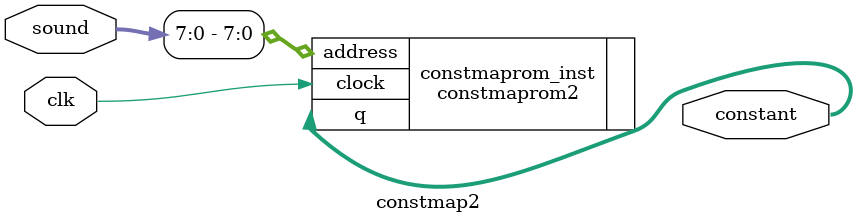
<source format=v>
module constmap2
(
    // Input Ports
    input [8:0]sound,
	input clk,
    // Output Ports
    output [23:0]constant
);
//`define _271MhzOscs // if not defined defaults to 180 Mhz oscilator clock

//`ifdef _271MhzOscs
//constmaprom271	constmaprom_inst (
//`else
constmaprom2	constmaprom_inst (
//`endif	
	.address ( sound[7:0] ),
	.clock ( clk ),
	.q ( constant )
	);

/*
assign constant = pmconstant[23:0];
wire [27:0]pmconstant;
// A function must declare one or more input arguments.  It must also
// execute in a single simulation cycle; therefore, it cannot contain
// timing controls or tasks.  You set the return value of a 
// function by assigning to the function name as if it were a variable.

function  note(input [9:0]data,input [3:0]snote);
    // Optional Block Item Declarations, e.g. Local Variables
    integer i,found;
        begin
        for(i=0,found=0;i<=20;i=i+1)begin
            note = 0;
            if(data == ((i*12)+snote))begin
                found = found +1;
            end
            if (found > 0) note = 1;
        end
    end
endfunction

wire E = note(sound,0);
wire F = note(sound,1);
wire Fh = note(sound,2);
wire G = note(sound,3);
wire Gh = note(sound,4);
wire A = note(sound,5);
wire Ah = note(sound,6);
wire B = note(sound,7);
wire C = note(sound,8);
wire Ch = note(sound,9);
wire D = note(sound,10);
wire Dh = note(sound,11);

wire [12:0] lconstant;
    assign lconstant=(    //channel-1 frequency
        (E)?  2608 :(
        (F)?  2763 :(
        (Fh)? 2927 :(
        (G)?  3101 :(
        (Gh)? 3286 :(
        (A)?  3481 :(
        (Ah)? 3688 :(
        (B)?  3908 :(
        (C)?  4140 :(
        (Ch)? 4386 :(
        (D)?  4647 :(
        (Dh)? 4923 :1
        )))))))))))
    );
wire [3:0] octup;       
    assign octup=(
    (sound < 12)  ? 10 :(
    (sound < 24)  ? 9 :(
    (sound < 36)  ? 8 :(
    (sound < 48)  ? 7 :(
    (sound < 60)  ? 6 :(
    (sound < 72)  ? 5 :(
    (sound < 84)  ? 4 :(
    (sound < 96)  ? 3 :(
    (sound < 108) ? 2 :(
    (sound < 120) ? 1 :(
    (sound < 132) ? 0 :(
    (sound < 144) ? 1 :(
    (sound < 156) ? 2 :(
    (sound < 168) ? 3 :(
    (sound < 180) ? 4 :(
    (sound < 192) ? 5 :(
    (sound < 204) ? 6 :(
    (sound < 216) ? 7 :(
    (sound < 228) ? 8 :(
    (sound < 240) ? 9 :(
    (sound < 252) ? 10 :(
    (sound < 264) ? 11 :(
    (sound < 278) ? 12 :(
    (sound < 290) ? 13 :(
    (sound < 302) ? 14 :(
    (sound < 314) ? 15 :16
    )))))))))))))))))))))))))
    );
assign  pmconstant = (sound > 119) ? (lconstant << octup) : (lconstant >> octup);
*/
endmodule

</source>
